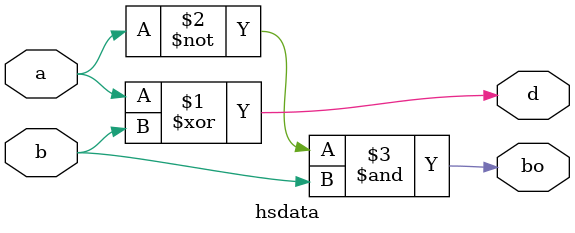
<source format=v>
`timescale 1ns / 1ps

//1960628 Prem Half Subtractor Data flow
module hsdata(
    input a,
    input b,
    output d,
    output bo
    );
assign d = a^b;
assign bo = (~a)&b;
endmodule

</source>
